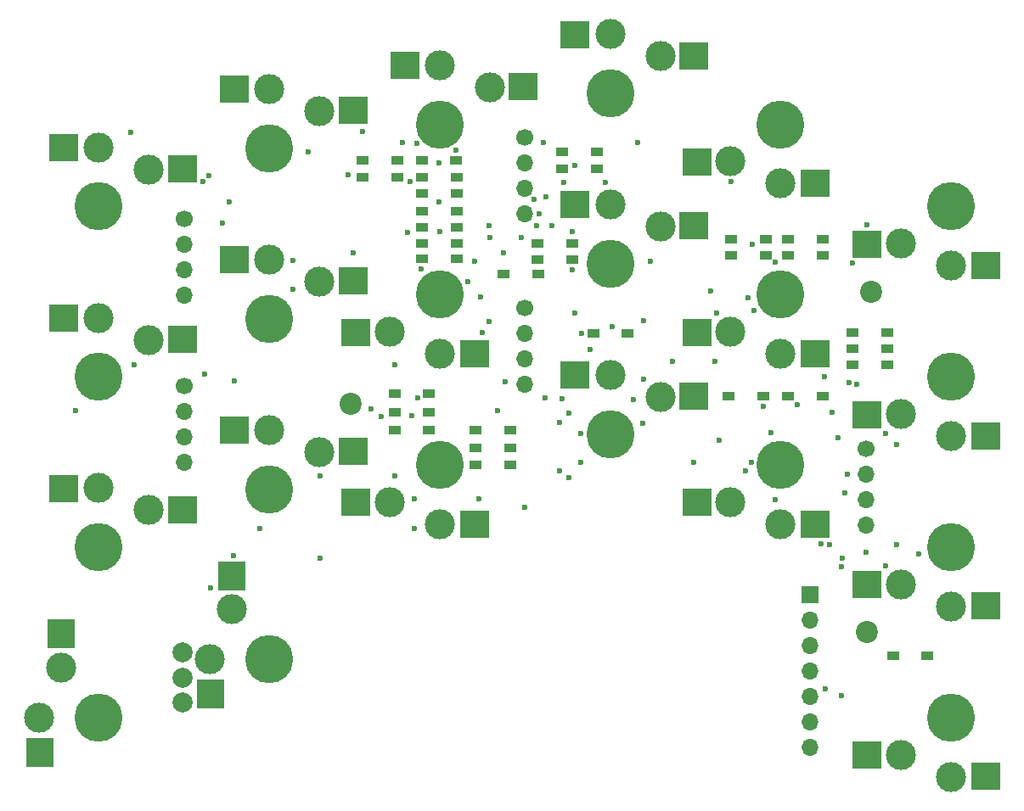
<source format=gbr>
%TF.GenerationSoftware,KiCad,Pcbnew,9.0.0*%
%TF.CreationDate,2025-04-19T15:35:31+09:00*%
%TF.ProjectId,nofy_V2_R,6e6f6679-5f56-4325-9f52-2e6b69636164,rev?*%
%TF.SameCoordinates,Original*%
%TF.FileFunction,Soldermask,Bot*%
%TF.FilePolarity,Negative*%
%FSLAX46Y46*%
G04 Gerber Fmt 4.6, Leading zero omitted, Abs format (unit mm)*
G04 Created by KiCad (PCBNEW 9.0.0) date 2025-04-19 15:35:31*
%MOMM*%
%LPD*%
G01*
G04 APERTURE LIST*
%ADD10R,1.200000X0.950000*%
%ADD11C,3.000000*%
%ADD12C,4.800000*%
%ADD13R,3.000000X2.800000*%
%ADD14R,2.850000X2.750000*%
%ADD15C,1.700000*%
%ADD16O,1.700000X1.700000*%
%ADD17C,2.200000*%
%ADD18R,1.700000X1.700000*%
%ADD19R,2.800000X3.000000*%
%ADD20R,2.750000X2.850000*%
%ADD21C,2.000000*%
%ADD22C,0.600000*%
G04 APERTURE END LIST*
D10*
%TO.C,DS10*%
X91662525Y-58075850D03*
X95112525Y-58075850D03*
%TD*%
%TO.C,DI7*%
X61062525Y-36175850D03*
X64512525Y-36175850D03*
%TD*%
%TO.C,D37*%
X66412525Y-64925850D03*
X69862525Y-64925850D03*
%TD*%
%TO.C,DS8*%
X69212525Y-45825850D03*
X72662525Y-45825850D03*
%TD*%
%TO.C,D32*%
X66412525Y-61425850D03*
X69862525Y-61425850D03*
%TD*%
%TO.C,D49*%
X104012525Y-53325850D03*
X107462525Y-53325850D03*
%TD*%
%TO.C,D36*%
X72612525Y-44425850D03*
X76062525Y-44425850D03*
%TD*%
%TO.C,D31*%
X58612475Y-36175850D03*
X55162475Y-36175850D03*
%TD*%
%TO.C,DI9*%
X61062525Y-39557150D03*
X64512525Y-39557150D03*
%TD*%
%TO.C,D47*%
X61035925Y-34475850D03*
X64485925Y-34475850D03*
%TD*%
%TO.C,D51*%
X108012525Y-83925850D03*
X111462525Y-83925850D03*
%TD*%
%TO.C,D41*%
X95312475Y-44025850D03*
X91862475Y-44025850D03*
%TD*%
%TO.C,DS7*%
X75012525Y-35325850D03*
X78462525Y-35325850D03*
%TD*%
%TO.C,D35*%
X72612525Y-42825850D03*
X76062525Y-42825850D03*
%TD*%
%TO.C,DS9*%
X78139025Y-51825850D03*
X81589025Y-51825850D03*
%TD*%
%TO.C,D40*%
X95312475Y-42425850D03*
X91862475Y-42425850D03*
%TD*%
%TO.C,DI10*%
X61062525Y-41175850D03*
X64512525Y-41175850D03*
%TD*%
%TO.C,DI11*%
X61062525Y-42775850D03*
X64512525Y-42775850D03*
%TD*%
%TO.C,D48*%
X104012525Y-51716450D03*
X107462525Y-51716450D03*
%TD*%
%TO.C,D33*%
X66412525Y-63225850D03*
X69862525Y-63225850D03*
%TD*%
%TO.C,D45*%
X97562525Y-44025850D03*
X101012525Y-44025850D03*
%TD*%
%TO.C,D46*%
X97562525Y-58075850D03*
X101012525Y-58075850D03*
%TD*%
%TO.C,D29*%
X61762475Y-59625850D03*
X58312475Y-59625850D03*
%TD*%
%TO.C,D39*%
X78462475Y-33675850D03*
X75012475Y-33675850D03*
%TD*%
%TO.C,D44*%
X97562525Y-42425850D03*
X101012525Y-42425850D03*
%TD*%
%TO.C,D43*%
X58612475Y-34475850D03*
X55162475Y-34475850D03*
%TD*%
%TO.C,D30*%
X61762475Y-61425850D03*
X58312475Y-61425850D03*
%TD*%
%TO.C,DI8*%
X61062525Y-37857150D03*
X64512525Y-37857150D03*
%TD*%
%TO.C,D50*%
X104012525Y-54907150D03*
X107462525Y-54907150D03*
%TD*%
%TO.C,D28*%
X61762475Y-57825850D03*
X58312475Y-57825850D03*
%TD*%
%TO.C,DS11*%
X61062525Y-44375850D03*
X64512525Y-44375850D03*
%TD*%
D11*
%TO.C,SW36*%
X50812500Y-63625850D03*
D12*
X45812500Y-67325850D03*
D11*
X45812500Y-61425850D03*
D13*
X54162500Y-63575850D03*
D14*
X42337500Y-61450850D03*
%TD*%
D11*
%TO.C,SW45*%
X84812500Y-58125850D03*
D12*
X79812500Y-61825850D03*
D11*
X79812500Y-55925850D03*
D13*
X88162500Y-58075850D03*
D14*
X76337500Y-55950850D03*
%TD*%
D11*
%TO.C,SW49*%
X91812500Y-51625850D03*
D12*
X96812500Y-47925850D03*
D11*
X96812500Y-53825850D03*
D13*
X88462500Y-51675850D03*
D14*
X100287500Y-53800850D03*
%TD*%
D15*
%TO.C,J32*%
X105312500Y-63325850D03*
D16*
X105312500Y-65865850D03*
X105312500Y-68405850D03*
X105312500Y-70945850D03*
%TD*%
D11*
%TO.C,SW33*%
X33812500Y-69425850D03*
D12*
X28812500Y-73125850D03*
D11*
X28812500Y-67225850D03*
D13*
X37162500Y-69375850D03*
D14*
X25337500Y-67250850D03*
%TD*%
D17*
%TO.C,Hole4*%
X53912500Y-58825850D03*
%TD*%
D11*
%TO.C,SW44*%
X84812500Y-41125850D03*
D12*
X79812500Y-44825850D03*
D11*
X79812500Y-38925850D03*
D13*
X88162500Y-41075850D03*
D14*
X76337500Y-38950850D03*
%TD*%
D11*
%TO.C,SW40*%
X57812500Y-51625850D03*
D12*
X62812500Y-47925850D03*
D11*
X62812500Y-53825850D03*
D13*
X54462500Y-51675850D03*
D14*
X66287500Y-53800850D03*
%TD*%
D15*
%TO.C,Con_L_12*%
X71312500Y-32225850D03*
D16*
X71312500Y-34765850D03*
X71312500Y-37305850D03*
X71312500Y-39845850D03*
%TD*%
D17*
%TO.C,Hole6*%
X105412500Y-81625850D03*
%TD*%
D11*
%TO.C,SW43*%
X84812500Y-24125850D03*
D12*
X79812500Y-27825850D03*
D11*
X79812500Y-21925850D03*
D13*
X88162500Y-24075850D03*
D14*
X76337500Y-21950850D03*
%TD*%
D15*
%TO.C,Con_L_8*%
X37312500Y-40330850D03*
D16*
X37312500Y-42870850D03*
X37312500Y-45410850D03*
X37312500Y-47950850D03*
%TD*%
D11*
%TO.C,SW32*%
X33812500Y-52425850D03*
D12*
X28812500Y-56125850D03*
D11*
X28812500Y-50225850D03*
D13*
X37162500Y-52375850D03*
D14*
X25337500Y-50250850D03*
%TD*%
D11*
%TO.C,SW47*%
X33812500Y-35425850D03*
D12*
X28812500Y-39125850D03*
D11*
X28812500Y-33225850D03*
D13*
X37162500Y-35375850D03*
D14*
X25337500Y-33250850D03*
%TD*%
D11*
%TO.C,SW52*%
X108812500Y-42825850D03*
D12*
X113812500Y-39125850D03*
D11*
X113812500Y-45025850D03*
D13*
X105462500Y-42875850D03*
D14*
X117287500Y-45000850D03*
%TD*%
D15*
%TO.C,Con_L_10*%
X37312500Y-57025850D03*
D16*
X37312500Y-59565850D03*
X37312500Y-62105850D03*
X37312500Y-64645850D03*
%TD*%
D11*
%TO.C,SW51*%
X50812500Y-29600850D03*
D12*
X45812500Y-33300850D03*
D11*
X45812500Y-27400850D03*
D13*
X54162500Y-29550850D03*
D14*
X42337500Y-27425850D03*
%TD*%
D11*
%TO.C,SW53*%
X108812500Y-59825850D03*
D12*
X113812500Y-56125850D03*
D11*
X113812500Y-62025850D03*
D13*
X105462500Y-59875850D03*
D14*
X117287500Y-62000850D03*
%TD*%
D18*
%TO.C,J9*%
X99712500Y-77865850D03*
D16*
X99712500Y-80405850D03*
X99712500Y-82945850D03*
X99712500Y-85485850D03*
X99712500Y-88025850D03*
X99712500Y-90565850D03*
X99712500Y-93105850D03*
%TD*%
D15*
%TO.C,Con_L_14*%
X71312500Y-49285850D03*
D16*
X71312500Y-51825850D03*
X71312500Y-54365850D03*
X71312500Y-56905850D03*
%TD*%
D11*
%TO.C,SW37*%
X42112500Y-79325850D03*
D12*
X45812500Y-84325850D03*
D11*
X39912500Y-84325850D03*
D19*
X42062500Y-75975850D03*
D20*
X39937500Y-87800850D03*
%TD*%
D11*
%TO.C,SW35*%
X50812500Y-46625850D03*
D12*
X45812500Y-50325850D03*
D11*
X45812500Y-44425850D03*
D13*
X54162500Y-46575850D03*
D14*
X42337500Y-44450850D03*
%TD*%
D11*
%TO.C,SW54*%
X108812500Y-76825850D03*
D12*
X113812500Y-73125850D03*
D11*
X113812500Y-79025850D03*
D13*
X105462500Y-76875850D03*
D14*
X117287500Y-79000850D03*
%TD*%
D11*
%TO.C,SW48*%
X91812500Y-34625850D03*
D12*
X96812500Y-30925850D03*
D11*
X96812500Y-36825850D03*
D13*
X88462500Y-34675850D03*
D14*
X100287500Y-36800850D03*
%TD*%
D17*
%TO.C,Hole5*%
X105812500Y-47625850D03*
%TD*%
D11*
%TO.C,SW50*%
X91812500Y-68625850D03*
D12*
X96812500Y-64925850D03*
D11*
X96812500Y-70825850D03*
D13*
X88462500Y-68675850D03*
D14*
X100287500Y-70800850D03*
%TD*%
D11*
%TO.C,SW39*%
X67812500Y-27225850D03*
D12*
X62812500Y-30925850D03*
D11*
X62812500Y-25025850D03*
D13*
X71162500Y-27175850D03*
D14*
X59337500Y-25050850D03*
%TD*%
D11*
%TO.C,SW41*%
X57812500Y-68625850D03*
D12*
X62812500Y-64925850D03*
D11*
X62812500Y-70825850D03*
D13*
X54462500Y-68675850D03*
D14*
X66287500Y-70800850D03*
%TD*%
D11*
%TO.C,SW55*%
X108812500Y-93825850D03*
D12*
X113812500Y-90125850D03*
D11*
X113812500Y-96025850D03*
D13*
X105462500Y-93875850D03*
D14*
X117287500Y-96000850D03*
%TD*%
D11*
%TO.C,SW34*%
X25112500Y-85125850D03*
D12*
X28812500Y-90125850D03*
D11*
X22912500Y-90125850D03*
D19*
X25062500Y-81775850D03*
D20*
X22937500Y-93600850D03*
%TD*%
D21*
%TO.C,SW4*%
X37212500Y-88625850D03*
X37212500Y-83625850D03*
X37212500Y-86125850D03*
%TD*%
D22*
X100864200Y-72757550D03*
X71312500Y-69114150D03*
X93281100Y-65518950D03*
X74767100Y-60650450D03*
X74767100Y-65518950D03*
X75715100Y-66215450D03*
X60037500Y-60036150D03*
X59580900Y-41750150D03*
X103201300Y-67703050D03*
X75715100Y-59710350D03*
X107253900Y-61755950D03*
X73419200Y-38192850D03*
X101313400Y-87230450D03*
X102900400Y-75106650D03*
X83038800Y-60786850D03*
X75005400Y-58332750D03*
X107253900Y-74979350D03*
X102900400Y-87979450D03*
X82143500Y-58354750D03*
X72215800Y-38389150D03*
X101976200Y-59633350D03*
X101658180Y-72855526D03*
X41873400Y-38675850D03*
X73133200Y-32752450D03*
X90289300Y-54618150D03*
X82550600Y-32752450D03*
X108378500Y-72869650D03*
X39988500Y-77177950D03*
X62773100Y-34766950D03*
X90710800Y-62475550D03*
X108378500Y-62884050D03*
X62774200Y-38675850D03*
X86002200Y-54618150D03*
X39362500Y-55875850D03*
X32345500Y-54928450D03*
X58312500Y-54928450D03*
X66287500Y-44600450D03*
X76062500Y-45406850D03*
X76337500Y-35025450D03*
X91862500Y-36632750D03*
X26523500Y-59482650D03*
X56991000Y-60048050D03*
X50870700Y-65968950D03*
X58312500Y-65968950D03*
X42337500Y-56501450D03*
X69379600Y-56646950D03*
X60332100Y-71254550D03*
X66710300Y-68300750D03*
X44872500Y-71254550D03*
X60332100Y-68300750D03*
X62799500Y-41625550D03*
X76062500Y-41625550D03*
X76337500Y-49732250D03*
X90469200Y-49732250D03*
X64485900Y-33490950D03*
X49671200Y-33631850D03*
X32012500Y-31725850D03*
X55162500Y-31653150D03*
X94003600Y-42934250D03*
X70988000Y-42227250D03*
X73347700Y-58236850D03*
X67823900Y-42227250D03*
X60656800Y-58236850D03*
X103953700Y-44786950D03*
X80004900Y-51142350D03*
X96262500Y-44675850D03*
X83860800Y-44599250D03*
X67099600Y-51680550D03*
X67760600Y-50602850D03*
X66917700Y-48181250D03*
X98504800Y-58928750D03*
X94153300Y-49475550D03*
X95112500Y-59084750D03*
X104433000Y-56868450D03*
X74021000Y-41017250D03*
X67788500Y-41017250D03*
X75228200Y-36753450D03*
X72483300Y-41017250D03*
X60573900Y-32819550D03*
X79364200Y-36753450D03*
X59119400Y-32775850D03*
X93551600Y-48225050D03*
X95857200Y-61707250D03*
X65669700Y-46584650D03*
X102947600Y-74216250D03*
X102582100Y-62193750D03*
X105312250Y-73626100D03*
X110629900Y-73769850D03*
X59912500Y-36606250D03*
X39180100Y-36606250D03*
X41198500Y-40739850D03*
X72700600Y-39845850D03*
X50867400Y-74224550D03*
X54162500Y-43775250D03*
X103631300Y-56679550D03*
X83166400Y-50521150D03*
X42241900Y-73974050D03*
X83166400Y-56324150D03*
X69212500Y-43775250D03*
X55966700Y-59360850D03*
X103476500Y-65865850D03*
X77006100Y-51825850D03*
X101229100Y-56077850D03*
X77795600Y-53419550D03*
X68578900Y-59457950D03*
X76887800Y-64634650D03*
X96245600Y-68405850D03*
X76887800Y-61796550D03*
X88162500Y-64634650D03*
X93869400Y-64634650D03*
X60982300Y-45372350D03*
X48199100Y-44532150D03*
X48199100Y-47421450D03*
X89859000Y-47560950D03*
X53669800Y-35917550D03*
X39806500Y-36002550D03*
X105462500Y-40964650D03*
M02*

</source>
